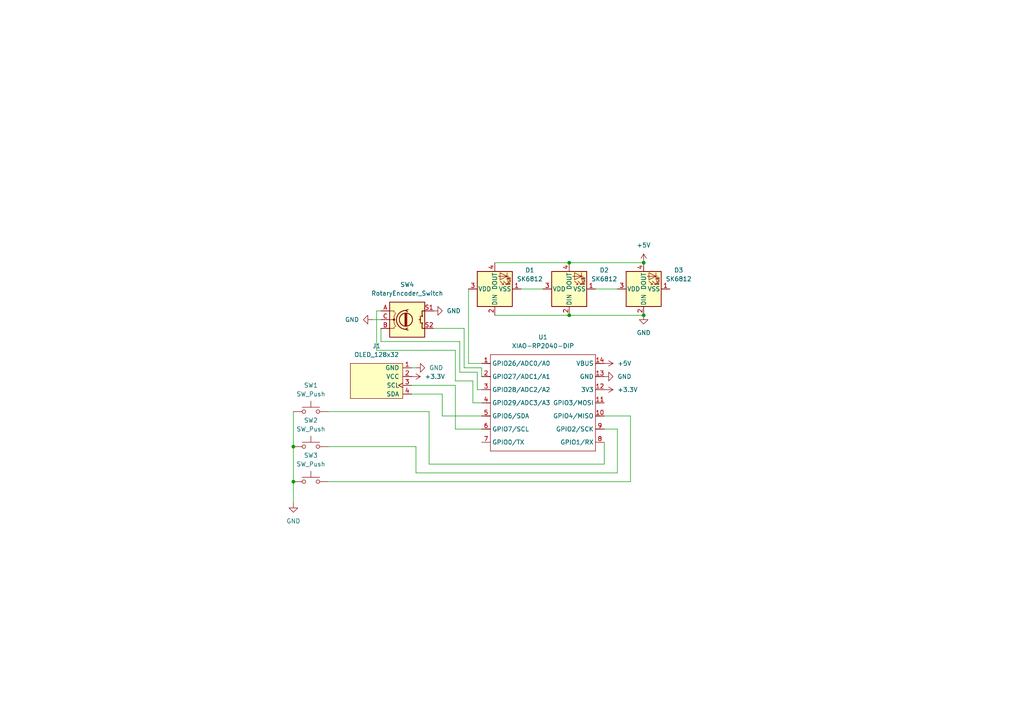
<source format=kicad_sch>
(kicad_sch (version 20250114) (generator "eeschema") (generator_version "9.0")
  (paper "A4")
  (lib_symbols
    (symbol "Device:RotaryEncoder_Switch" (pin_names (offset 0.254) (hide yes))
      (property "Reference" "SW" (at 0 6.604 0))
      (property "Value" "RotaryEncoder_Switch" (at 0 -6.604 0))
      (symbol "RotaryEncoder_Switch_0_1"
        (rectangle (start -5.08 5.08) (end 5.08 -5.08) (stroke (width 0.254)) (fill (type background)))
        (polyline (pts (xy -5.08 2.54) (xy -3.81 2.54) (xy -3.81 2.032)))
        (polyline (pts (xy -5.08 0) (xy -3.81 0) (xy -3.81 -1.016) (xy -3.302 -2.032)))
        (polyline (pts (xy -5.08 -2.54) (xy -3.81 -2.54) (xy -3.81 -2.032)))
        (polyline (pts (xy -4.318 0) (xy -3.81 0) (xy -3.81 1.016) (xy -3.302 2.032)))
        (circle (center -3.81 0) (radius 0.254) (fill (type outline)))
        (polyline (pts (xy -0.635 -1.778) (xy -0.635 1.778)) (stroke (width 0.254)))
        (circle (center -0.381 0) (radius 1.905) (stroke (width 0.254)))
        (polyline (pts (xy -0.381 -1.778) (xy -0.381 1.778)) (stroke (width 0.254)))
        (arc (start -0.381 -2.794) (mid -3.0988 -0.0635) (end -0.381 2.667) (stroke (width 0.254)))
        (polyline (pts (xy -0.127 1.778) (xy -0.127 -1.778)) (stroke (width 0.254)))
        (polyline (pts (xy 0.254 2.921) (xy -0.508 2.667) (xy 0.127 2.286)) (stroke (width 0.254)))
        (polyline (pts (xy 0.254 -3.048) (xy -0.508 -2.794) (xy 0.127 -2.413)) (stroke (width 0.254)))
        (polyline (pts (xy 3.81 1.016) (xy 3.81 -1.016)) (stroke (width 0.254)))
        (polyline (pts (xy 3.81 0) (xy 3.429 0)) (stroke (width 0.254)))
        (circle (center 4.318 1.016) (radius 0.127) (stroke (width 0.254)))
        (circle (center 4.318 -1.016) (radius 0.127) (stroke (width 0.254)))
        (polyline (pts (xy 5.08 2.54) (xy 4.318 2.54) (xy 4.318 1.016)) (stroke (width 0.254)))
        (polyline (pts (xy 5.08 -2.54) (xy 4.318 -2.54) (xy 4.318 -1.016)) (stroke (width 0.254)))
      )
      (symbol "RotaryEncoder_Switch_1_1"
        (pin passive line (at -7.62 2.54 0) (length 2.54) (name "A") (number "A"))
        (pin passive line (at -7.62 0 0) (length 2.54) (name "C") (number "C"))
        (pin passive line (at -7.62 -2.54 0) (length 2.54) (name "B") (number "B"))
        (pin passive line (at 7.62 2.54 180) (length 2.54) (name "S1") (number "S1"))
        (pin passive line (at 7.62 -2.54 180) (length 2.54) (name "S2") (number "S2"))
      )
    )
    (symbol "LED:SK6812" (pin_names (offset 0.254))
      (property "Reference" "D" (at 5.08 5.715 0))
      (property "Value" "SK6812" (at 1.27 -5.715 0))
      (symbol "SK6812_0_0"
        (text "RGB" (at 2.286 -4.191 0) (effects (font (size 0.762 0.762))))
      )
      (symbol "SK6812_0_1"
        (polyline (pts (xy 1.27 -2.54) (xy 1.778 -2.54)))
        (polyline (pts (xy 1.27 -3.556) (xy 1.778 -3.556)))
        (polyline (pts (xy 2.286 -1.524) (xy 1.27 -2.54) (xy 1.27 -2.032)))
        (polyline (pts (xy 2.286 -2.54) (xy 1.27 -3.556) (xy 1.27 -3.048)))
        (polyline (pts (xy 3.683 -1.016) (xy 3.683 -3.556) (xy 3.683 -4.064)))
        (polyline (pts (xy 4.699 -1.524) (xy 2.667 -1.524) (xy 3.683 -3.556) (xy 4.699 -1.524)))
        (polyline (pts (xy 4.699 -3.556) (xy 2.667 -3.556)))
        (rectangle (start 5.08 5.08) (end -5.08 -5.08) (stroke (width 0.254)) (fill (type background)))
      )
      (symbol "SK6812_1_1"
        (pin input line (at -7.62 0 0) (length 2.54) (name "DIN") (number "2"))
        (pin power_in line (at 0 7.62 270) (length 2.54) (name "VDD") (number "3"))
        (pin power_in line (at 0 -7.62 90) (length 2.54) (name "VSS") (number "1"))
        (pin output line (at 7.62 0 180) (length 2.54) (name "DOUT") (number "4"))
      )
    )
    (symbol "OPL:XIAO-RP2040-DIP"
      (property "Reference" "U" (at 0 0 0))
      (property "Value" "XIAO-RP2040-DIP" (at 5.334 -1.778 0))
      (symbol "XIAO-RP2040-DIP_1_0"
        (polyline (pts (xy -1.27 -2.54) (xy 29.21 -2.54)) (stroke (width 0.1524)))
        (polyline (pts (xy -1.27 -5.08) (xy -2.54 -5.08)) (stroke (width 0.1524)))
        (polyline (pts (xy -1.27 -5.08) (xy -1.27 -2.54)) (stroke (width 0.1524)))
        (polyline (pts (xy -1.27 -8.89) (xy -2.54 -8.89)) (stroke (width 0.1524)))
        (polyline (pts (xy -1.27 -8.89) (xy -1.27 -5.08)) (stroke (width 0.1524)))
        (polyline (pts (xy -1.27 -12.7) (xy -2.54 -12.7)) (stroke (width 0.1524)))
        (polyline (pts (xy -1.27 -12.7) (xy -1.27 -8.89)) (stroke (width 0.1524)))
        (polyline (pts (xy -1.27 -16.51) (xy -2.54 -16.51)) (stroke (width 0.1524)))
        (polyline (pts (xy -1.27 -16.51) (xy -1.27 -12.7)) (stroke (width 0.1524)))
        (polyline (pts (xy -1.27 -20.32) (xy -2.54 -20.32)) (stroke (width 0.1524)))
        (polyline (pts (xy -1.27 -24.13) (xy -2.54 -24.13)) (stroke (width 0.1524)))
        (polyline (pts (xy -1.27 -27.94) (xy -2.54 -27.94)) (stroke (width 0.1524)))
        (polyline (pts (xy -1.27 -30.48) (xy -1.27 -16.51)) (stroke (width 0.1524)))
        (polyline (pts (xy 29.21 -2.54) (xy 29.21 -5.08)) (stroke (width 0.1524)))
        (polyline (pts (xy 29.21 -5.08) (xy 29.21 -8.89)) (stroke (width 0.1524)))
        (polyline (pts (xy 29.21 -8.89) (xy 29.21 -12.7)) (stroke (width 0.1524)))
        (polyline (pts (xy 29.21 -12.7) (xy 29.21 -30.48)) (stroke (width 0.1524)))
        (polyline (pts (xy 29.21 -30.48) (xy -1.27 -30.48)) (stroke (width 0.1524)))
        (polyline (pts (xy 30.48 -5.08) (xy 29.21 -5.08)) (stroke (width 0.1524)))
        (polyline (pts (xy 30.48 -8.89) (xy 29.21 -8.89)) (stroke (width 0.1524)))
        (polyline (pts (xy 30.48 -12.7) (xy 29.21 -12.7)) (stroke (width 0.1524)))
        (polyline (pts (xy 30.48 -16.51) (xy 29.21 -16.51)) (stroke (width 0.1524)))
        (polyline (pts (xy 30.48 -20.32) (xy 29.21 -20.32)) (stroke (width 0.1524)))
        (polyline (pts (xy 30.48 -24.13) (xy 29.21 -24.13)) (stroke (width 0.1524)))
        (polyline (pts (xy 30.48 -27.94) (xy 29.21 -27.94)) (stroke (width 0.1524)))
        (pin passive line (at -3.81 -5.08 0) (length 2.54) (name "GPIO26/ADC0/A0") (number "1"))
        (pin passive line (at -3.81 -8.89 0) (length 2.54) (name "GPIO27/ADC1/A1") (number "2"))
        (pin passive line (at -3.81 -12.7 0) (length 2.54) (name "GPIO28/ADC2/A2") (number "3"))
        (pin passive line (at -3.81 -16.51 0) (length 2.54) (name "GPIO29/ADC3/A3") (number "4"))
        (pin passive line (at -3.81 -20.32 0) (length 2.54) (name "GPIO6/SDA") (number "5"))
        (pin passive line (at -3.81 -24.13 0) (length 2.54) (name "GPIO7/SCL") (number "6"))
        (pin passive line (at -3.81 -27.94 0) (length 2.54) (name "GPIO0/TX") (number "7"))
        (pin passive line (at 31.75 -5.08 180) (length 2.54) (name "VBUS") (number "14"))
        (pin passive line (at 31.75 -8.89 180) (length 2.54) (name "GND") (number "13"))
        (pin passive line (at 31.75 -12.7 180) (length 2.54) (name "3V3") (number "12"))
        (pin passive line (at 31.75 -16.51 180) (length 2.54) (name "GPIO3/MOSI") (number "11"))
        (pin passive line (at 31.75 -20.32 180) (length 2.54) (name "GPIO4/MISO") (number "10"))
        (pin passive line (at 31.75 -24.13 180) (length 2.54) (name "GPIO2/SCK") (number "9"))
        (pin passive line (at 31.75 -27.94 180) (length 2.54) (name "GPIO1/RX") (number "8"))
      )
    )
    (symbol "SCOTTOKEEBS_KICAD:OLED_128x32" (pin_names (offset 1.016))
      (property "Reference" "J" (at 0 -6.35 0))
      (property "Value" "OLED_128x32" (at 0 6.35 0))
      (symbol "OLED_128x32_0_1"
        (rectangle (start 0 5.08) (end 15.24 -5.08) (fill (type background)))
      )
      (symbol "OLED_128x32_1_1"
        (pin bidirectional line (at -2.54 3.81 0) (length 2.54) (name "SDA") (number "4"))
        (pin input clock (at -2.54 1.27 0) (length 2.54) (name "SCL") (number "3"))
        (pin power_in line (at -2.54 -1.27 0) (length 2.54) (name "VCC") (number "2"))
        (pin power_in line (at -2.54 -3.81 0) (length 2.54) (name "GND") (number "1"))
      )
    )
    (symbol "Switch:SW_Push" (pin_numbers (hide yes)) (pin_names (offset 1.016) (hide yes))
      (property "Reference" "SW" (at 1.27 2.54 0))
      (property "Value" "SW_Push" (at 0 -1.524 0))
      (symbol "SW_Push_0_1"
        (circle (center -2.032 0) (radius 0.508))
        (polyline (pts (xy 0 1.27) (xy 0 3.048)))
        (circle (center 2.032 0) (radius 0.508))
        (polyline (pts (xy 2.54 1.27) (xy -2.54 1.27)))
        (pin passive line (at -5.08 0 0) (length 2.54) (name "1") (number "1"))
        (pin passive line (at 5.08 0 180) (length 2.54) (name "2") (number "2"))
      )
    )
    (symbol "power:+3.3V" (power) (pin_numbers (hide yes)) (pin_names (offset 0) (hide yes))
      (property "Value" "+3.3V" (at 0 3.556 0))
      (symbol "+3.3V_0_1"
        (polyline (pts (xy -0.762 1.27) (xy 0 2.54)))
        (polyline (pts (xy 0 2.54) (xy 0.762 1.27)))
        (polyline (pts (xy 0 0) (xy 0 2.54)))
      )
      (symbol "+3.3V_1_1"
        (pin power_in line (at 0 0 90) (length 0) (name "~") (number "1"))
      )
    )
    (symbol "power:+5V" (power) (pin_numbers (hide yes)) (pin_names (offset 0) (hide yes))
      (property "Value" "+5V" (at 0 3.556 0))
      (symbol "+5V_0_1"
        (polyline (pts (xy -0.762 1.27) (xy 0 2.54)))
        (polyline (pts (xy 0 2.54) (xy 0.762 1.27)))
        (polyline (pts (xy 0 0) (xy 0 2.54)))
      )
      (symbol "+5V_1_1"
        (pin power_in line (at 0 0 90) (length 0) (name "~") (number "1"))
      )
    )
    (symbol "power:GND" (power) (pin_numbers (hide yes)) (pin_names (offset 0) (hide yes))
      (property "Value" "GND" (at 0 -3.81 0))
      (symbol "GND_0_1"
        (polyline (pts (xy 0 0) (xy 0 -1.27) (xy 1.27 -1.27) (xy 0 -2.54) (xy -1.27 -1.27) (xy 0 -1.27)))
      )
      (symbol "GND_1_1"
        (pin power_in line (at 0 0 270) (length 0) (name "~") (number "1"))
      )
    )
  )
  (junction (at 85.09 129.54))
  (junction (at 186.69 91.44))
  (junction (at 85.09 139.7))
  (junction (at 186.69 76.2))
  (junction (at 165.1 76.2))
  (junction (at 165.1 91.44))
  (wire (pts (xy 125.73 95.25) (xy 134.62 95.25)))
  (wire (pts (xy 139.7 106.68) (xy 139.7 109.22)))
  (wire (pts (xy 85.09 129.54) (xy 85.09 139.7)))
  (wire (pts (xy 182.88 120.65) (xy 182.88 139.7)))
  (wire (pts (xy 132.08 101.6) (xy 132.08 110.49)))
  (wire (pts (xy 110.49 99.06) (xy 133.35 99.06)))
  (wire (pts (xy 175.26 128.27) (xy 175.26 134.62)))
  (wire (pts (xy 143.51 76.2) (xy 165.1 76.2)))
  (wire (pts (xy 85.09 119.38) (xy 85.09 129.54)))
  (wire (pts (xy 138.43 107.95) (xy 138.43 113.03)))
  (wire (pts (xy 124.46 119.38) (xy 95.25 119.38)))
  (wire (pts (xy 133.35 107.95) (xy 138.43 107.95)))
  (wire (pts (xy 175.26 124.46) (xy 179.07 124.46)))
  (wire (pts (xy 109.22 90.17) (xy 109.22 101.6)))
  (wire (pts (xy 128.27 114.3) (xy 119.38 114.3)))
  (wire (pts (xy 132.08 124.46) (xy 139.7 124.46)))
  (wire (pts (xy 109.22 101.6) (xy 132.08 101.6)))
  (wire (pts (xy 179.07 124.46) (xy 179.07 137.16)))
  (wire (pts (xy 132.08 110.49) (xy 137.16 110.49)))
  (wire (pts (xy 165.1 76.2) (xy 186.69 76.2)))
  (wire (pts (xy 119.38 106.68) (xy 120.65 106.68)))
  (wire (pts (xy 85.09 139.7) (xy 85.09 146.05)))
  (wire (pts (xy 135.89 83.82) (xy 135.89 105.41)))
  (wire (pts (xy 107.95 92.71) (xy 110.49 92.71)))
  (wire (pts (xy 139.7 120.65) (xy 128.27 120.65)))
  (wire (pts (xy 137.16 116.84) (xy 139.7 116.84)))
  (wire (pts (xy 134.62 106.68) (xy 139.7 106.68)))
  (wire (pts (xy 143.51 91.44) (xy 165.1 91.44)))
  (wire (pts (xy 124.46 134.62) (xy 124.46 119.38)))
  (wire (pts (xy 110.49 90.17) (xy 109.22 90.17)))
  (wire (pts (xy 175.26 120.65) (xy 182.88 120.65)))
  (wire (pts (xy 119.38 111.76) (xy 132.08 111.76)))
  (wire (pts (xy 133.35 99.06) (xy 133.35 107.95)))
  (wire (pts (xy 135.89 105.41) (xy 139.7 105.41)))
  (wire (pts (xy 134.62 95.25) (xy 134.62 106.68)))
  (wire (pts (xy 137.16 110.49) (xy 137.16 116.84)))
  (wire (pts (xy 165.1 91.44) (xy 186.69 91.44)))
  (wire (pts (xy 110.49 95.25) (xy 110.49 99.06)))
  (wire (pts (xy 151.13 83.82) (xy 157.48 83.82)))
  (wire (pts (xy 138.43 113.03) (xy 139.7 113.03)))
  (wire (pts (xy 120.65 137.16) (xy 120.65 129.54)))
  (wire (pts (xy 175.26 134.62) (xy 124.46 134.62)))
  (wire (pts (xy 179.07 137.16) (xy 120.65 137.16)))
  (wire (pts (xy 172.72 83.82) (xy 179.07 83.82)))
  (wire (pts (xy 132.08 111.76) (xy 132.08 124.46)))
  (wire (pts (xy 120.65 129.54) (xy 95.25 129.54)))
  (wire (pts (xy 128.27 120.65) (xy 128.27 114.3)))
  (wire (pts (xy 182.88 139.7) (xy 95.25 139.7)))
  (symbol (lib_id "power:GND") (at 186.69 91.44 0) (unit 1)
    (property "Reference" "#PWR02" (effects (hide yes)))
    (property "Value" "GND" (at 186.69 96.52 0))
    (property "Description" "Power symbol creates a global label with name \"GND\" , ground" (effects (hide yes)))
  )
  (symbol (lib_id "OPL:XIAO-RP2040-DIP") (at 143.51 100.33 0) (unit 1)
    (property "Reference" "U1" (at 157.48 97.79 0))
    (property "Value" "XIAO-RP2040-DIP" (at 157.48 100.33 0))
    (property "Footprint" "OPL:XIAO-RP2040-DIP" (effects (hide yes)))
  )
  (symbol (lib_id "Switch:SW_Push") (at 90.17 129.54 0) (unit 1)
    (property "Reference" "SW2" (at 90.17 121.92 0))
    (property "Value" "SW_Push" (at 90.17 124.46 0))
    (property "Footprint" "Button_Switch_Keyboard:SW_Cherry_MX_1.00u_PCB" (effects (hide yes)))
    (property "Description" "Push button switch, generic, two pins" (effects (hide yes)))
  )
  (symbol (lib_id "Switch:SW_Push") (at 90.17 119.38 0) (unit 1)
    (property "Reference" "SW1" (at 90.17 111.76 0))
    (property "Value" "SW_Push" (at 90.17 114.3 0))
    (property "Footprint" "Button_Switch_Keyboard:SW_Cherry_MX_1.00u_PCB" (effects (hide yes)))
    (property "Description" "Push button switch, generic, two pins" (effects (hide yes)))
  )
  (symbol (lib_id "power:GND") (at 175.26 109.22 90) (unit 1)
    (property "Reference" "#PWR03" (effects (hide yes)))
    (property "Value" "GND" (at 179.07 109.2199 90) (effects (justify right)))
    (property "Description" "Power symbol creates a global label with name \"GND\" , ground" (effects (hide yes)))
  )
  (symbol (lib_id "power:GND") (at 85.09 146.05 0) (unit 1)
    (property "Reference" "#PWR01" (effects (hide yes)))
    (property "Value" "GND" (at 85.09 151.13 0))
    (property "Description" "Power symbol creates a global label with name \"GND\" , ground" (effects (hide yes)))
  )
  (symbol (lib_id "SCOTTOKEEBS_KICAD:OLED_128x32") (at 116.84 110.49 180) (unit 1)
    (property "Reference" "J1" (at 109.22 100.33 0))
    (property "Value" "OLED_128x32" (at 109.22 102.87 0))
    (property "Footprint" "OLED:SSD1306-0.91-OLED-4pin-128x32" (effects (hide yes)))
  )
  (symbol (lib_id "power:+3.3V") (at 119.38 109.22 270) (unit 1)
    (property "Reference" "#PWR06" (effects (hide yes)))
    (property "Value" "+3.3V" (at 123.19 109.2199 90) (effects (justify left)))
    (property "Description" "Power symbol creates a global label with name \"+3.3V\"" (effects (hide yes)))
  )
  (symbol (lib_id "LED:SK6812") (at 165.1 83.82 90) (unit 1)
    (property "Reference" "D2" (at 175.26 78.3746 90))
    (property "Value" "SK6812" (at 175.26 80.9146 90))
    (property "Footprint" "LED_SMD:LED_SK6812_PLCC4_5.0x5.0mm_P3.2mm" (effects (hide yes)))
    (property "Datasheet" "https://cdn-shop.adafruit.com/product-files/1138/SK6812+LED+datasheet+.pdf" (effects (hide yes)))
    (property "Description" "RGB LED with integrated controller" (effects (hide yes)))
  )
  (symbol (lib_id "power:GND") (at 120.65 106.68 90) (unit 1)
    (property "Reference" "#PWR07" (effects (hide yes)))
    (property "Value" "GND" (at 124.46 106.6799 90) (effects (justify right)))
    (property "Description" "Power symbol creates a global label with name \"GND\" , ground" (effects (hide yes)))
  )
  (symbol (lib_id "LED:SK6812") (at 143.51 83.82 90) (unit 1)
    (property "Reference" "D1" (at 153.67 78.3746 90))
    (property "Value" "SK6812" (at 153.67 80.9146 90))
    (property "Footprint" "LED_SMD:LED_SK6812_PLCC4_5.0x5.0mm_P3.2mm" (effects (hide yes)))
    (property "Datasheet" "https://cdn-shop.adafruit.com/product-files/1138/SK6812+LED+datasheet+.pdf" (effects (hide yes)))
    (property "Description" "RGB LED with integrated controller" (effects (hide yes)))
  )
  (symbol (lib_id "power:+5V") (at 175.26 105.41 270) (unit 1)
    (property "Reference" "#PWR05" (effects (hide yes)))
    (property "Value" "+5V" (at 179.07 105.4099 90) (effects (justify left)))
    (property "Description" "Power symbol creates a global label with name \"+5V\"" (effects (hide yes)))
  )
  (symbol (lib_id "power:GND") (at 107.95 92.71 270) (unit 1)
    (property "Reference" "#PWR010" (effects (hide yes)))
    (property "Value" "GND" (at 104.14 92.7099 90) (effects (justify right)))
    (property "Description" "Power symbol creates a global label with name \"GND\" , ground" (effects (hide yes)))
  )
  (symbol (lib_id "Switch:SW_Push") (at 90.17 139.7 0) (unit 1)
    (property "Reference" "SW3" (at 90.17 132.08 0))
    (property "Value" "SW_Push" (at 90.17 134.62 0))
    (property "Footprint" "Button_Switch_Keyboard:SW_Cherry_MX_1.00u_PCB" (effects (hide yes)))
    (property "Description" "Push button switch, generic, two pins" (effects (hide yes)))
  )
  (symbol (lib_id "LED:SK6812") (at 186.69 83.82 90) (unit 1)
    (property "Reference" "D3" (at 196.85 78.3746 90))
    (property "Value" "SK6812" (at 196.85 80.9146 90))
    (property "Footprint" "LED_SMD:LED_SK6812_PLCC4_5.0x5.0mm_P3.2mm" (effects (hide yes)))
    (property "Datasheet" "https://cdn-shop.adafruit.com/product-files/1138/SK6812+LED+datasheet+.pdf" (effects (hide yes)))
    (property "Description" "RGB LED with integrated controller" (effects (hide yes)))
  )
  (symbol (lib_id "power:+3.3V") (at 175.26 113.03 270) (unit 1)
    (property "Reference" "#PWR08" (effects (hide yes)))
    (property "Value" "+3.3V" (at 179.07 113.0299 90) (effects (justify left)))
    (property "Description" "Power symbol creates a global label with name \"+3.3V\"" (effects (hide yes)))
  )
  (symbol (lib_id "Device:RotaryEncoder_Switch") (at 118.11 92.71 0) (unit 1)
    (property "Reference" "SW4" (at 118.11 82.55 0))
    (property "Value" "RotaryEncoder_Switch" (at 118.11 85.09 0))
    (property "Footprint" "RotaryEncoder:RotaryEncoder_Alps_EC11E_Vertical_H20mm" (effects (hide yes)))
    (property "Description" "Rotary encoder, dual channel, incremental quadrate outputs, with switch" (effects (hide yes)))
  )
  (symbol (lib_id "power:GND") (at 125.73 90.17 90) (unit 1)
    (property "Reference" "#PWR09" (effects (hide yes)))
    (property "Value" "GND" (at 129.54 90.1699 90) (effects (justify right)))
    (property "Description" "Power symbol creates a global label with name \"GND\" , ground" (effects (hide yes)))
  )
  (symbol (lib_id "power:+5V") (at 186.69 76.2 0) (unit 1)
    (property "Reference" "#PWR04" (effects (hide yes)))
    (property "Value" "+5V" (at 186.69 71.12 0))
    (property "Description" "Power symbol creates a global label with name \"+5V\"" (effects (hide yes)))
  )
)
</source>
